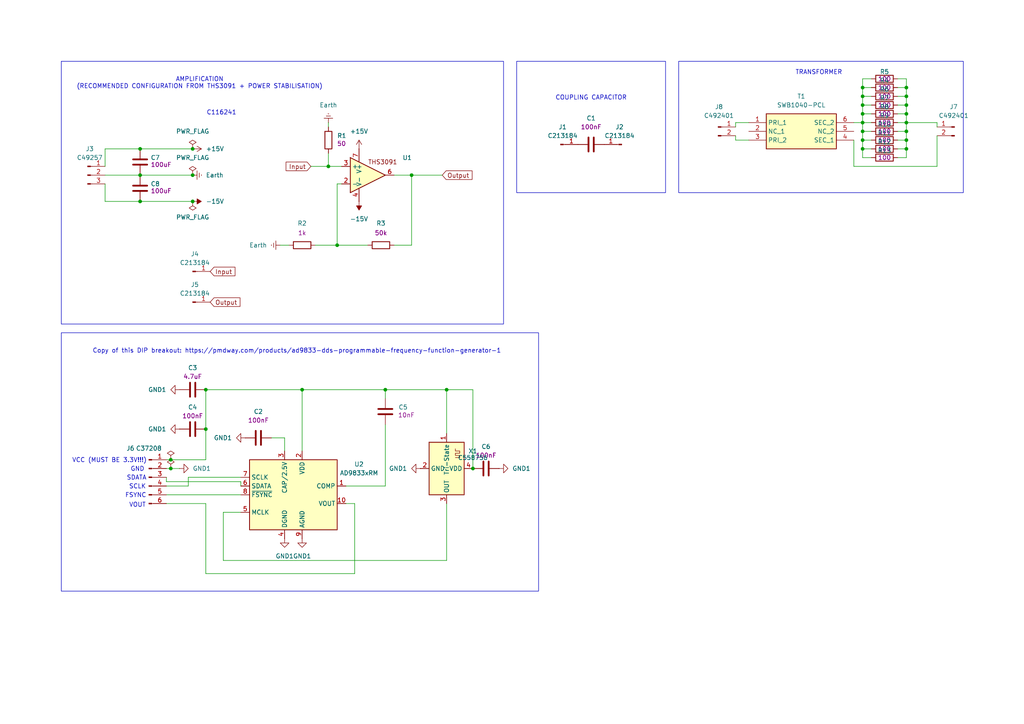
<source format=kicad_sch>
(kicad_sch (version 20231120) (generator "eeschema") (generator_version "8.0")
  (paper "A4")
  (lib_symbols
    (symbol "Amplifier_Operational:THS3091"
      (property "Reference" "U" (at 3.302 5.842 0))
      (symbol "THS3091_0_1"
        (polyline (pts (xy -2.54 5.08) (xy 7.62 0) (xy -2.54 -5.08) (xy -2.54 5.08)) (stroke (width 0.254)) (fill (type background)))
      )
      (symbol "THS3091_1_1"
        (text "THS3091" (at 6.858 3.81 0) (effects (font (size 1.27 1.27))))
        (pin input line (at -5.08 -2.54 0) (length 2.54) (name "-") (number "2"))
        (pin input line (at -5.08 2.54 0) (length 2.54) (name "+") (number "3"))
        (pin power_in line (at 0 -7.62 90) (length 3.81) (name "V-") (number "4"))
        (pin output line (at 10.16 0 180) (length 2.54) (name "~") (number "6"))
        (pin power_in line (at 0 7.62 270) (length 3.81) (name "V+") (number "7"))
      )
    )
    (symbol "Connector:Conn_01x01_Pin" (pin_names (offset 1.016) hide)
      (property "Reference" "J" (at 0 2.54 0))
      (property "Value" "Conn_01x01_Pin" (at 0 -2.54 0))
      (symbol "Conn_01x01_Pin_1_1"
        (polyline (pts (xy 1.27 0) (xy 0.8636 0)) (stroke (width 0.1524)))
        (rectangle (start 0.8636 0.127) (end 0 -0.127) (stroke (width 0.1524)) (fill (type outline)))
        (pin passive line (at 5.08 0 180) (length 3.81) (name "Pin_1") (number "1"))
      )
    )
    (symbol "Connector:Conn_01x02_Pin" (pin_names (offset 1.016) hide)
      (property "Reference" "J" (at 0 2.54 0))
      (property "Value" "Conn_01x02_Pin" (at 0 -5.08 0))
      (symbol "Conn_01x02_Pin_1_1"
        (polyline (pts (xy 1.27 -2.54) (xy 0.8636 -2.54)) (stroke (width 0.1524)))
        (polyline (pts (xy 1.27 0) (xy 0.8636 0)) (stroke (width 0.1524)))
        (rectangle (start 0.8636 -2.413) (end 0 -2.667) (stroke (width 0.1524)) (fill (type outline)))
        (rectangle (start 0.8636 0.127) (end 0 -0.127) (stroke (width 0.1524)) (fill (type outline)))
        (pin passive line (at 5.08 0 180) (length 3.81) (name "Pin_1") (number "1"))
        (pin passive line (at 5.08 -2.54 180) (length 3.81) (name "Pin_2") (number "2"))
      )
    )
    (symbol "Connector:Conn_01x03_Pin" (pin_names (offset 1.016) hide)
      (property "Reference" "J" (at 0 5.08 0))
      (property "Value" "Conn_01x03_Pin" (at 0 -5.08 0))
      (symbol "Conn_01x03_Pin_1_1"
        (polyline (pts (xy 1.27 -2.54) (xy 0.8636 -2.54)) (stroke (width 0.1524)))
        (polyline (pts (xy 1.27 0) (xy 0.8636 0)) (stroke (width 0.1524)))
        (polyline (pts (xy 1.27 2.54) (xy 0.8636 2.54)) (stroke (width 0.1524)))
        (rectangle (start 0.8636 -2.413) (end 0 -2.667) (stroke (width 0.1524)) (fill (type outline)))
        (rectangle (start 0.8636 0.127) (end 0 -0.127) (stroke (width 0.1524)) (fill (type outline)))
        (rectangle (start 0.8636 2.667) (end 0 2.413) (stroke (width 0.1524)) (fill (type outline)))
        (pin passive line (at 5.08 2.54 180) (length 3.81) (name "Pin_1") (number "1"))
        (pin passive line (at 5.08 0 180) (length 3.81) (name "Pin_2") (number "2"))
        (pin passive line (at 5.08 -2.54 180) (length 3.81) (name "Pin_3") (number "3"))
      )
    )
    (symbol "Connector:Conn_01x06_Pin" (pin_names (offset 1.016) hide)
      (property "Reference" "J" (at 0 7.62 0))
      (property "Value" "Conn_01x06_Pin" (at 0 -10.16 0))
      (symbol "Conn_01x06_Pin_1_1"
        (polyline (pts (xy 1.27 -7.62) (xy 0.8636 -7.62)) (stroke (width 0.1524)))
        (polyline (pts (xy 1.27 -5.08) (xy 0.8636 -5.08)) (stroke (width 0.1524)))
        (polyline (pts (xy 1.27 -2.54) (xy 0.8636 -2.54)) (stroke (width 0.1524)))
        (polyline (pts (xy 1.27 0) (xy 0.8636 0)) (stroke (width 0.1524)))
        (polyline (pts (xy 1.27 2.54) (xy 0.8636 2.54)) (stroke (width 0.1524)))
        (polyline (pts (xy 1.27 5.08) (xy 0.8636 5.08)) (stroke (width 0.1524)))
        (rectangle (start 0.8636 -7.493) (end 0 -7.747) (stroke (width 0.1524)) (fill (type outline)))
        (rectangle (start 0.8636 -4.953) (end 0 -5.207) (stroke (width 0.1524)) (fill (type outline)))
        (rectangle (start 0.8636 -2.413) (end 0 -2.667) (stroke (width 0.1524)) (fill (type outline)))
        (rectangle (start 0.8636 0.127) (end 0 -0.127) (stroke (width 0.1524)) (fill (type outline)))
        (rectangle (start 0.8636 2.667) (end 0 2.413) (stroke (width 0.1524)) (fill (type outline)))
        (rectangle (start 0.8636 5.207) (end 0 4.953) (stroke (width 0.1524)) (fill (type outline)))
        (pin passive line (at 5.08 5.08 180) (length 3.81) (name "Pin_1") (number "1"))
        (pin passive line (at 5.08 2.54 180) (length 3.81) (name "Pin_2") (number "2"))
        (pin passive line (at 5.08 0 180) (length 3.81) (name "Pin_3") (number "3"))
        (pin passive line (at 5.08 -2.54 180) (length 3.81) (name "Pin_4") (number "4"))
        (pin passive line (at 5.08 -5.08 180) (length 3.81) (name "Pin_5") (number "5"))
        (pin passive line (at 5.08 -7.62 180) (length 3.81) (name "Pin_6") (number "6"))
      )
    )
    (symbol "Device:C" (pin_numbers hide) (pin_names (offset 0.254))
      (property "Reference" "C" (at 0.635 2.54 0))
      (property "Value" "C" (at 0.635 -2.54 0))
      (symbol "C_0_1"
        (polyline (pts (xy -2.032 -0.762) (xy 2.032 -0.762)) (stroke (width 0.508)))
        (polyline (pts (xy -2.032 0.762) (xy 2.032 0.762)) (stroke (width 0.508)))
      )
      (symbol "C_1_1"
        (pin passive line (at 0 3.81 270) (length 2.794) (name "~") (number "1"))
        (pin passive line (at 0 -3.81 90) (length 2.794) (name "~") (number "2"))
      )
    )
    (symbol "Device:R" (pin_numbers hide) (pin_names (offset 0))
      (property "Reference" "R" (at 2.032 0 90))
      (property "Value" "R" (at 0 0 90))
      (symbol "R_0_1"
        (rectangle (start -1.016 -2.54) (end 1.016 2.54) (stroke (width 0.254)))
      )
      (symbol "R_1_1"
        (pin passive line (at 0 3.81 270) (length 1.27) (name "~") (number "1"))
        (pin passive line (at 0 -3.81 90) (length 1.27) (name "~") (number "2"))
      )
    )
    (symbol "Interface:AD9833xRM"
      (property "Reference" "U" (at -12.7 11.43 0))
      (property "Value" "AD9833xRM" (at 5.08 11.43 0))
      (symbol "AD9833xRM_0_1"
        (rectangle (start -12.7 10.16) (end 12.7 -10.16) (stroke (width 0.254)) (fill (type background)))
      )
      (symbol "AD9833xRM_1_1"
        (pin passive line (at 15.24 2.54 180) (length 2.54) (name "COMP") (number "1"))
        (pin output line (at 15.24 -2.54 180) (length 2.54) (name "VOUT") (number "10"))
        (pin power_in line (at 2.54 12.7 270) (length 2.54) (name "VDD") (number "2"))
        (pin power_in line (at -2.54 12.7 270) (length 2.54) (name "CAP/2.5V") (number "3"))
        (pin power_in line (at -2.54 -12.7 90) (length 2.54) (name "DGND") (number "4"))
        (pin input line (at -15.24 -5.08 0) (length 2.54) (name "MCLK") (number "5"))
        (pin input line (at -15.24 2.54 0) (length 2.54) (name "SDATA") (number "6"))
        (pin input line (at -15.24 5.08 0) (length 2.54) (name "SCLK") (number "7"))
        (pin input line (at -15.24 0 0) (length 2.54) (name "~{FSYNC}") (number "8"))
        (pin power_in line (at 2.54 -12.7 90) (length 2.54) (name "AGND") (number "9"))
      )
    )
    (symbol "LouisCustom:OCETCLJANF"
      (property "Reference" "X" (at 0 0 0))
      (symbol "OCETCLJANF_0_1"
        (rectangle (start -3.81 -2.54) (end 11.43 -12.7) (stroke (width 0.254)) (fill (type background)))
        (polyline (pts (xy -1.905 -5.08) (xy -1.27 -5.08) (xy -1.27 -3.81) (xy -0.635 -3.81) (xy -0.635 -5.08) (xy 0 -5.08) (xy 0 -3.81) (xy 0.635 -3.81) (xy 0.635 -5.08)))
      )
      (symbol "OCETCLJANF_1_1"
        (pin input line (at -6.35 -7.62 0) (length 2.54) (name "Tri-State") (number "1"))
        (pin power_in line (at 3.81 -15.24 90) (length 2.54) (name "GND") (number "2"))
        (pin output line (at 13.97 -7.62 180) (length 2.54) (name "OUT") (number "3"))
        (pin power_in line (at 3.81 0 270) (length 2.54) (name "VDD") (number "4"))
      )
    )
    (symbol "SWB1040-PCL:SWB1040-PCL"
      (property "Reference" "T" (at 26.67 7.62 0))
      (property "Value" "SWB1040-PCL" (at 26.67 5.08 0))
      (symbol "SWB1040-PCL_1_1"
        (rectangle (start 5.08 2.54) (end 25.4 -7.62) (stroke (width 0.254)) (fill (type background)))
        (pin passive line (at 0 0 0) (length 5.08) (name "PRI_1") (number "1"))
        (pin passive line (at 0 -2.54 0) (length 5.08) (name "NC_1") (number "2"))
        (pin passive line (at 0 -5.08 0) (length 5.08) (name "PRI_2") (number "3"))
        (pin passive line (at 30.48 -5.08 180) (length 5.08) (name "SEC_1") (number "4"))
        (pin passive line (at 30.48 -2.54 180) (length 5.08) (name "NC_2") (number "5"))
        (pin passive line (at 30.48 0 180) (length 5.08) (name "SEC_2") (number "6"))
      )
    )
    (symbol "power:+15V" (power) (pin_numbers hide) (pin_names (offset 0) hide)
      (property "Value" "+15V" (at 0 3.556 0))
      (symbol "+15V_0_1"
        (polyline (pts (xy -0.762 1.27) (xy 0 2.54)))
        (polyline (pts (xy 0 0) (xy 0 2.54)))
        (polyline (pts (xy 0 2.54) (xy 0.762 1.27)))
      )
      (symbol "+15V_1_1"
        (pin power_in line (at 0 0 90) (length 0) (name "~") (number "1"))
      )
    )
    (symbol "power:-15V" (power) (pin_numbers hide) (pin_names (offset 0) hide)
      (property "Value" "-15V" (at 0 3.556 0))
      (symbol "-15V_0_0"
        (pin power_in line (at 0 0 90) (length 0) (name "~") (number "1"))
      )
      (symbol "-15V_0_1"
        (polyline (pts (xy 0 0) (xy 0 1.27) (xy 0.762 1.27) (xy 0 2.54) (xy -0.762 1.27) (xy 0 1.27)) (fill (type outline)))
      )
    )
    (symbol "power:Earth" (power) (pin_numbers hide) (pin_names (offset 0) hide)
      (property "Value" "Earth" (at 0 -3.81 0))
      (symbol "Earth_0_1"
        (polyline (pts (xy -0.635 -1.905) (xy 0.635 -1.905)))
        (polyline (pts (xy -0.127 -2.54) (xy 0.127 -2.54)))
        (polyline (pts (xy 0 -1.27) (xy 0 0)))
        (polyline (pts (xy 1.27 -1.27) (xy -1.27 -1.27)))
      )
      (symbol "Earth_1_1"
        (pin power_in line (at 0 0 270) (length 0) (name "~") (number "1"))
      )
    )
    (symbol "power:GND1" (power) (pin_numbers hide) (pin_names (offset 0) hide)
      (property "Value" "GND1" (at 0 -3.81 0))
      (symbol "GND1_0_1"
        (polyline (pts (xy 0 0) (xy 0 -1.27) (xy 1.27 -1.27) (xy 0 -2.54) (xy -1.27 -1.27) (xy 0 -1.27)))
      )
      (symbol "GND1_1_1"
        (pin power_in line (at 0 0 270) (length 0) (name "~") (number "1"))
      )
    )
    (symbol "power:PWR_FLAG" (power) (pin_numbers hide) (pin_names (offset 0) hide)
      (property "Value" "PWR_FLAG" (at 0 3.81 0))
      (symbol "PWR_FLAG_0_0"
        (pin power_out line (at 0 0 90) (length 0) (name "~") (number "1"))
      )
      (symbol "PWR_FLAG_0_1"
        (polyline (pts (xy 0 0) (xy 0 1.27) (xy -1.016 1.905) (xy 0 2.54) (xy 1.016 1.905) (xy 0 1.27)))
      )
    )
  )
  (junction (at 262.89 27.94))
  (junction (at 262.89 35.56))
  (junction (at 95.25 48.26))
  (junction (at 40.64 50.8))
  (junction (at 250.19 25.4))
  (junction (at 262.89 43.18))
  (junction (at 262.89 40.64))
  (junction (at 262.89 38.1))
  (junction (at 262.89 33.02))
  (junction (at 262.89 25.4))
  (junction (at 250.19 35.56))
  (junction (at 250.19 43.18))
  (junction (at 59.69 113.03))
  (junction (at 250.19 27.94))
  (junction (at 250.19 30.48))
  (junction (at 262.89 30.48))
  (junction (at 55.88 58.42))
  (junction (at 250.19 38.1))
  (junction (at 55.88 50.8))
  (junction (at 87.63 113.03))
  (junction (at 49.53 133.35))
  (junction (at 129.54 113.03))
  (junction (at 137.16 135.89))
  (junction (at 111.76 113.03))
  (junction (at 59.69 124.46))
  (junction (at 250.19 40.64))
  (junction (at 40.64 43.18))
  (junction (at 250.19 33.02))
  (junction (at 40.64 58.42))
  (junction (at 55.88 43.18))
  (junction (at 97.79 71.12))
  (junction (at 119.38 50.8))
  (junction (at 49.53 135.89))
  (wire (pts (xy 54.61 140.97) (xy 48.26 140.97)))
  (wire (pts (xy 262.89 40.64) (xy 262.89 43.18)))
  (wire (pts (xy 250.19 35.56) (xy 250.19 38.1)))
  (wire (pts (xy 87.63 113.03) (xy 87.63 130.81)))
  (wire (pts (xy 48.26 143.51) (xy 69.85 143.51)))
  (wire (pts (xy 119.38 50.8) (xy 114.3 50.8)))
  (wire (pts (xy 97.79 53.34) (xy 97.79 71.12)))
  (wire (pts (xy 111.76 113.03) (xy 129.54 113.03)))
  (wire (pts (xy 213.36 36.83) (xy 213.36 35.56)))
  (wire (pts (xy 129.54 113.03) (xy 129.54 125.73)))
  (wire (pts (xy 260.35 22.86) (xy 262.89 22.86)))
  (wire (pts (xy 64.77 148.59) (xy 64.77 162.56)))
  (wire (pts (xy 69.85 138.43) (xy 54.61 138.43)))
  (wire (pts (xy 213.36 40.64) (xy 213.36 39.37)))
  (wire (pts (xy 262.89 38.1) (xy 262.89 40.64)))
  (wire (pts (xy 250.19 45.72) (xy 252.73 45.72)))
  (wire (pts (xy 250.19 22.86) (xy 250.19 25.4)))
  (wire (pts (xy 48.26 138.43) (xy 48.26 139.7)))
  (wire (pts (xy 129.54 113.03) (xy 137.16 113.03)))
  (wire (pts (xy 99.06 53.34) (xy 97.79 53.34)))
  (wire (pts (xy 59.69 166.37) (xy 59.69 146.05)))
  (wire (pts (xy 40.64 43.18) (xy 55.88 43.18)))
  (wire (pts (xy 271.78 35.56) (xy 271.78 36.83)))
  (wire (pts (xy 102.87 146.05) (xy 102.87 166.37)))
  (wire (pts (xy 111.76 140.97) (xy 111.76 123.19)))
  (wire (pts (xy 247.65 48.26) (xy 247.65 40.64)))
  (wire (pts (xy 262.89 27.94) (xy 262.89 30.48)))
  (wire (pts (xy 213.36 35.56) (xy 217.17 35.56)))
  (wire (pts (xy 260.35 27.94) (xy 262.89 27.94)))
  (wire (pts (xy 119.38 71.12) (xy 114.3 71.12)))
  (wire (pts (xy 97.79 71.12) (xy 106.68 71.12)))
  (wire (pts (xy 137.16 113.03) (xy 137.16 135.89)))
  (wire (pts (xy 40.64 58.42) (xy 55.88 58.42)))
  (wire (pts (xy 59.69 113.03) (xy 87.63 113.03)))
  (wire (pts (xy 59.69 113.03) (xy 59.69 124.46)))
  (wire (pts (xy 250.19 30.48) (xy 252.73 30.48)))
  (wire (pts (xy 250.19 27.94) (xy 250.19 30.48)))
  (wire (pts (xy 260.35 33.02) (xy 262.89 33.02)))
  (wire (pts (xy 250.19 27.94) (xy 252.73 27.94)))
  (wire (pts (xy 48.26 139.7) (xy 69.85 139.7)))
  (wire (pts (xy 59.69 146.05) (xy 48.26 146.05)))
  (wire (pts (xy 30.48 58.42) (xy 40.64 58.42)))
  (wire (pts (xy 250.19 33.02) (xy 252.73 33.02)))
  (wire (pts (xy 90.17 48.26) (xy 95.25 48.26)))
  (wire (pts (xy 100.33 146.05) (xy 102.87 146.05)))
  (wire (pts (xy 262.89 35.56) (xy 271.78 35.56)))
  (wire (pts (xy 30.48 43.18) (xy 30.48 48.26)))
  (wire (pts (xy 250.19 38.1) (xy 250.19 40.64)))
  (wire (pts (xy 260.35 30.48) (xy 262.89 30.48)))
  (wire (pts (xy 111.76 113.03) (xy 87.63 113.03)))
  (wire (pts (xy 260.35 43.18) (xy 262.89 43.18)))
  (wire (pts (xy 247.65 48.26) (xy 271.78 48.26)))
  (wire (pts (xy 271.78 48.26) (xy 271.78 39.37)))
  (wire (pts (xy 119.38 50.8) (xy 128.27 50.8)))
  (wire (pts (xy 95.25 48.26) (xy 99.06 48.26)))
  (wire (pts (xy 49.53 133.35) (xy 59.69 133.35)))
  (wire (pts (xy 48.26 133.35) (xy 49.53 133.35)))
  (wire (pts (xy 250.19 38.1) (xy 252.73 38.1)))
  (wire (pts (xy 40.64 50.8) (xy 55.88 50.8)))
  (wire (pts (xy 250.19 43.18) (xy 252.73 43.18)))
  (wire (pts (xy 262.89 25.4) (xy 262.89 27.94)))
  (wire (pts (xy 260.35 40.64) (xy 262.89 40.64)))
  (wire (pts (xy 250.19 35.56) (xy 252.73 35.56)))
  (wire (pts (xy 49.53 135.89) (xy 52.07 135.89)))
  (wire (pts (xy 48.26 135.89) (xy 49.53 135.89)))
  (wire (pts (xy 30.48 50.8) (xy 40.64 50.8)))
  (wire (pts (xy 95.25 44.45) (xy 95.25 48.26)))
  (wire (pts (xy 111.76 115.57) (xy 111.76 113.03)))
  (wire (pts (xy 100.33 140.97) (xy 111.76 140.97)))
  (wire (pts (xy 250.19 25.4) (xy 250.19 27.94)))
  (wire (pts (xy 260.35 25.4) (xy 262.89 25.4)))
  (wire (pts (xy 30.48 43.18) (xy 40.64 43.18)))
  (wire (pts (xy 78.74 127) (xy 82.55 127)))
  (wire (pts (xy 82.55 130.81) (xy 82.55 127)))
  (wire (pts (xy 102.87 166.37) (xy 59.69 166.37)))
  (wire (pts (xy 250.19 30.48) (xy 250.19 33.02)))
  (wire (pts (xy 250.19 43.18) (xy 250.19 45.72)))
  (wire (pts (xy 260.35 38.1) (xy 262.89 38.1)))
  (wire (pts (xy 250.19 25.4) (xy 252.73 25.4)))
  (wire (pts (xy 81.28 71.12) (xy 83.82 71.12)))
  (wire (pts (xy 54.61 138.43) (xy 54.61 140.97)))
  (wire (pts (xy 262.89 22.86) (xy 262.89 25.4)))
  (wire (pts (xy 30.48 58.42) (xy 30.48 53.34)))
  (wire (pts (xy 262.89 30.48) (xy 262.89 33.02)))
  (wire (pts (xy 64.77 162.56) (xy 129.54 162.56)))
  (wire (pts (xy 129.54 162.56) (xy 129.54 146.05)))
  (wire (pts (xy 59.69 124.46) (xy 59.69 133.35)))
  (wire (pts (xy 217.17 40.64) (xy 213.36 40.64)))
  (wire (pts (xy 262.89 35.56) (xy 262.89 38.1)))
  (wire (pts (xy 250.19 40.64) (xy 250.19 43.18)))
  (wire (pts (xy 91.44 71.12) (xy 97.79 71.12)))
  (wire (pts (xy 69.85 139.7) (xy 69.85 140.97)))
  (wire (pts (xy 260.35 45.72) (xy 262.89 45.72)))
  (wire (pts (xy 69.85 148.59) (xy 64.77 148.59)))
  (wire (pts (xy 95.25 35.56) (xy 95.25 36.83)))
  (wire (pts (xy 250.19 40.64) (xy 252.73 40.64)))
  (wire (pts (xy 262.89 33.02) (xy 262.89 35.56)))
  (wire (pts (xy 260.35 35.56) (xy 262.89 35.56)))
  (wire (pts (xy 262.89 43.18) (xy 262.89 45.72)))
  (wire (pts (xy 119.38 50.8) (xy 119.38 71.12)))
  (wire (pts (xy 252.73 22.86) (xy 250.19 22.86)))
  (wire (pts (xy 250.19 33.02) (xy 250.19 35.56)))
  (wire (pts (xy 247.65 35.56) (xy 250.19 35.56)))
  (rectangle (start 149.86 17.78) (end 193.04 55.88))
  (rectangle (start 196.85 17.78) (end 279.4 55.88))
  (rectangle (start 17.78 17.78) (end 146.05 93.98))
  (rectangle (start 17.78 96.52) (end 156.21 171.45))
  (text "Copy of this DIP breakout: https://pmdway.com/products/ad9833-dds-programmable-frequency-function-generator-1" (at 86.106 101.854 0) (effects (font (size 1.27 1.27))))
  (text "SDATA" (at 39.624 138.684 0) (effects (font (size 1.27 1.27))))
  (text "VCC (MUST BE 3.3V!!!)" (at 31.75 133.604 0) (effects (font (size 1.27 1.27))))
  (text "C116241\n" (at 64.262 32.766 0) (effects (font (size 1.27 1.27))))
  (text "FSYNC" (at 39.37 143.764 0) (effects (font (size 1.27 1.27))))
  (text "SCLK" (at 39.878 141.224 0) (effects (font (size 1.27 1.27))))
  (text "VOUT" (at 39.878 146.558 0) (effects (font (size 1.27 1.27))))
  (text "AMPLIFICATION\n(RECOMMENDED CONFIGURATION FROM THS3091 + POWER STABILISATION)" (at 57.912 24.13 0) (effects (font (size 1.27 1.27))))
  (text "COUPLING CAPACITOR" (at 171.45 28.448 0) (effects (font (size 1.27 1.27))))
  (text "GND" (at 39.878 136.144 0) (effects (font (size 1.27 1.27))))
  (text "TRANSFORMER" (at 237.49 21.082 0) (effects (font (size 1.27 1.27))))
  (global_label "Output" (shape input) (at 60.96 87.63 0) (property "Intersheetrefs" "${INTERSHEET_REFS}" (effects (hide yes))))
  (global_label "Input" (shape input) (at 60.96 78.74 0) (property "Intersheetrefs" "${INTERSHEET_REFS}" (effects (hide yes))))
  (global_label "Output" (shape input) (at 128.27 50.8 0) (property "Intersheetrefs" "${INTERSHEET_REFS}" (effects (hide yes))))
  (global_label "Input" (shape input) (at 90.17 48.26 180) (property "Intersheetrefs" "${INTERSHEET_REFS}" (effects (hide yes))))
  (symbol (lib_id "power:PWR_FLAG") (at 55.88 43.18 0) (unit 1)
    (property "Reference" "#FLG01" (effects (hide yes)))
    (property "Value" "PWR_FLAG" (at 55.88 38.1 0))
    (property "Description" "Special symbol for telling ERC where power comes from" (effects (hide yes)))
  )
  (symbol (lib_id "LouisCustom:OCETCLJANF") (at 137.16 132.08 270) (unit 1)
    (property "Reference" "X1" (at 137.16 130.8414 90))
    (property "Value" "C558756" (at 137.16 132.7465 90))
    (property "Footprint" "Crystal:Crystal_SMD_7050-4Pin_7.0x5.0mm" (effects (hide yes)))
    (property "Datasheet" "https://wmsc.lcsc.com/wmsc/upload/file/pdf/v2/lcsc/2304140030_TAITIEN-Elec-OCETCLJANF-25-000000MHZ_C558756.pdf" (effects (hide yes)))
    (property "Description" "Crystal oscillator" (effects (hide yes)))
  )
  (symbol (lib_id "power:PWR_FLAG") (at 55.88 50.8 0) (unit 1)
    (property "Reference" "#FLG02" (effects (hide yes)))
    (property "Value" "PWR_FLAG" (at 55.88 45.72 0))
    (property "Description" "Special symbol for telling ERC where power comes from" (effects (hide yes)))
  )
  (symbol (lib_id "Device:R") (at 256.54 33.02 90) (unit 1)
    (property "Reference" "R8" (at 256.54 30.988 90))
    (property "Value" "C17901" (effects (hide yes)))
    (property "Footprint" "Resistor_SMD:R_1206_3216Metric" (effects (hide yes)))
    (property "Description" "100" (at 256.54 33.02 90))
  )
  (symbol (lib_id "power:GND1") (at 52.07 113.03 270) (unit 1)
    (property "Reference" "#PWR011" (effects (hide yes)))
    (property "Value" "GND1" (at 48.26 113.0299 90) (effects (justify right)))
    (property "Description" "Power symbol creates a global label with name \"GND1\" , ground" (effects (hide yes)))
  )
  (symbol (lib_id "power:GND1") (at 52.07 135.89 90) (unit 1)
    (property "Reference" "#PWR08" (effects (hide yes)))
    (property "Value" "GND1" (at 55.88 135.8899 90) (effects (justify right)))
    (property "Description" "Power symbol creates a global label with name \"GND1\" , ground" (effects (hide yes)))
  )
  (symbol (lib_id "Connector:Conn_01x01_Pin") (at 180.34 41.91 180) (unit 1)
    (property "Reference" "J2" (at 179.705 36.83 0))
    (property "Value" "C213184" (at 179.705 39.37 0))
    (property "Footprint" "Connector_PinHeader_2.54mm:PinHeader_1x01_P2.54mm_Vertical" (effects (hide yes)))
    (property "Description" "Generic connector, single row, 01x01, script generated" (effects (hide yes)))
  )
  (symbol (lib_id "Connector:Conn_01x01_Pin") (at 55.88 78.74 0) (unit 1)
    (property "Reference" "J4" (at 56.515 73.66 0))
    (property "Value" "C213184" (at 56.515 76.2 0))
    (property "Footprint" "Connector_PinHeader_2.54mm:PinHeader_1x01_P2.54mm_Vertical" (effects (hide yes)))
    (property "Description" "Generic connector, single row, 01x01, script generated" (effects (hide yes)))
  )
  (symbol (lib_id "Device:R") (at 256.54 35.56 90) (unit 1)
    (property "Reference" "R9" (at 256.54 33.528 90))
    (property "Value" "C17901" (effects (hide yes)))
    (property "Footprint" "Resistor_SMD:R_1206_3216Metric" (effects (hide yes)))
    (property "Description" "100" (at 256.54 35.56 90))
  )
  (symbol (lib_id "power:PWR_FLAG") (at 49.53 133.35 0) (unit 1)
    (property "Reference" "#FLG05" (effects (hide yes)))
    (property "Value" "PWR_FLAG" (effects (hide yes)))
    (property "Description" "Special symbol for telling ERC where power comes from" (effects (hide yes)))
  )
  (symbol (lib_id "power:GND1") (at 52.07 124.46 270) (unit 1)
    (property "Reference" "#PWR012" (effects (hide yes)))
    (property "Value" "GND1" (at 48.26 124.4599 90) (effects (justify right)))
    (property "Description" "Power symbol creates a global label with name \"GND1\" , ground" (effects (hide yes)))
  )
  (symbol (lib_id "Connector:Conn_01x03_Pin") (at 25.4 50.8 0) (unit 1)
    (property "Reference" "J3" (at 26.035 43.18 0))
    (property "Value" "C49257" (at 26.035 45.72 0))
    (property "Footprint" "Connector_PinHeader_2.54mm:PinHeader_1x03_P2.54mm_Vertical" (effects (hide yes)))
    (property "Description" "Power Pins" (effects (hide yes)))
  )
  (symbol (lib_id "Connector:Conn_01x01_Pin") (at 162.56 41.91 0) (unit 1)
    (property "Reference" "J1" (at 163.195 36.83 0))
    (property "Value" "C213184" (at 163.195 39.37 0))
    (property "Footprint" "Connector_PinHeader_2.54mm:PinHeader_1x01_P2.54mm_Vertical" (effects (hide yes)))
    (property "Description" "Generic connector, single row, 01x01, script generated" (effects (hide yes)))
  )
  (symbol (lib_id "power:GND1") (at 82.55 156.21 0) (unit 1)
    (property "Reference" "#PWR014" (effects (hide yes)))
    (property "Value" "GND1" (at 82.55 161.29 0))
    (property "Description" "Power symbol creates a global label with name \"GND1\" , ground" (effects (hide yes)))
  )
  (symbol (lib_id "Device:R") (at 256.54 22.86 90) (unit 1)
    (property "Reference" "R5" (at 256.54 20.828 90))
    (property "Value" "C17901" (effects (hide yes)))
    (property "Footprint" "Resistor_SMD:R_1206_3216Metric" (effects (hide yes)))
    (property "Description" "100" (at 256.54 22.86 90))
  )
  (symbol (lib_id "Device:C") (at 55.88 124.46 90) (unit 1)
    (property "Reference" "C4" (at 55.88 118.11 90))
    (property "Value" "C14663" (effects (hide yes)))
    (property "Footprint" "Capacitor_SMD:C_0603_1608Metric" (effects (hide yes)))
    (property "Description" "100nF" (at 55.88 120.65 90))
  )
  (symbol (lib_id "Device:R") (at 95.25 40.64 0) (unit 1)
    (property "Reference" "R1" (at 97.79 39.3699 0) (effects (justify left)))
    (property "Value" "C849792" (effects (hide yes)))
    (property "Footprint" "Resistor_SMD:R_0603_1608Metric" (effects (hide yes)))
    (property "Description" "50" (at 99.06 41.656 0))
  )
  (symbol (lib_id "Amplifier_Operational:THS3091") (at 104.14 50.8 0) (unit 1)
    (property "Reference" "U1" (at 118.11 45.7514 0))
    (property "Value" "THS3091DDAR" (effects (hide yes)))
    (property "Footprint" "Package_SO:TI_SO-PowerPAD-8_ThermalVias" (effects (hide yes)))
  )
  (symbol (lib_id "power:-15V") (at 55.88 58.42 270) (unit 1)
    (property "Reference" "#PWR06" (effects (hide yes)))
    (property "Value" "-15V" (at 59.69 58.4199 90) (effects (justify left)))
    (property "Description" "Power symbol creates a global label with name \"-15V\"" (effects (hide yes)))
  )
  (symbol (lib_id "power:+15V") (at 55.88 43.18 270) (unit 1)
    (property "Reference" "#PWR05" (effects (hide yes)))
    (property "Value" "+15V" (at 59.69 43.1799 90) (effects (justify left)))
    (property "Description" "Power symbol creates a global label with name \"+15V\"" (effects (hide yes)))
  )
  (symbol (lib_id "Device:R") (at 256.54 45.72 90) (unit 1)
    (property "Reference" "R13" (at 256.54 43.688 90))
    (property "Value" "C17901" (effects (hide yes)))
    (property "Footprint" "Resistor_SMD:R_1206_3216Metric" (effects (hide yes)))
    (property "Description" "100" (at 256.54 45.72 90))
  )
  (symbol (lib_id "Device:R") (at 256.54 27.94 90) (unit 1)
    (property "Reference" "R6" (at 256.54 25.908 90))
    (property "Value" "C17901" (effects (hide yes)))
    (property "Footprint" "Resistor_SMD:R_1206_3216Metric" (effects (hide yes)))
    (property "Description" "100" (at 256.54 27.94 90))
  )
  (symbol (lib_id "power:Earth") (at 95.25 35.56 180) (unit 1)
    (property "Reference" "#PWR01" (effects (hide yes)))
    (property "Value" "Earth" (at 95.25 30.48 0))
    (property "Description" "Power symbol creates a global label with name \"Earth\"" (effects (hide yes)))
  )
  (symbol (lib_id "Device:C") (at 40.64 54.61 0) (unit 1)
    (property "Reference" "C8" (at 43.688 53.3399 0) (effects (justify left)))
    (property "Value" "C116241" (effects (hide yes)))
    (property "Footprint" "Capacitor_SMD:CP_Elec_8x10" (effects (hide yes)))
    (property "Description" "100uF" (at 46.736 55.372 0))
  )
  (symbol (lib_id "Device:R") (at 110.49 71.12 90) (unit 1)
    (property "Reference" "R3" (at 110.49 64.77 90))
    (property "Value" "C166559" (effects (hide yes)))
    (property "Footprint" "Resistor_SMD:R_0402_1005Metric" (effects (hide yes)))
    (property "Description" "50k" (at 110.49 67.564 90))
  )
  (symbol (lib_id "Device:R") (at 256.54 30.48 90) (unit 1)
    (property "Reference" "R7" (at 256.54 28.448 90))
    (property "Value" "C17901" (effects (hide yes)))
    (property "Footprint" "Resistor_SMD:R_1206_3216Metric" (effects (hide yes)))
    (property "Description" "100" (at 256.54 30.48 90))
  )
  (symbol (lib_id "Connector:Conn_01x06_Pin") (at 43.18 138.43 0) (unit 1)
    (property "Reference" "J6" (at 37.846 130.048 0))
    (property "Value" "C37208" (at 43.18 130.048 0))
    (property "Footprint" "Connector_PinHeader_2.54mm:PinHeader_1x06_P2.54mm_Vertical" (effects (hide yes)))
    (property "Description" "Generic connector, single row, 01x06, script generated" (effects (hide yes)))
  )
  (symbol (lib_id "Device:R") (at 256.54 25.4 90) (unit 1)
    (property "Reference" "R4" (at 256.54 23.368 90))
    (property "Value" "C17901" (effects (hide yes)))
    (property "Footprint" "Resistor_SMD:R_1206_3216Metric" (effects (hide yes)))
    (property "Description" "100" (at 256.54 25.4 90))
  )
  (symbol (lib_id "power:-15V") (at 104.14 58.42 180) (unit 1)
    (property "Reference" "#PWR03" (effects (hide yes)))
    (property "Value" "-15V" (at 104.14 63.5 0))
    (property "Description" "Power symbol creates a global label with name \"-15V\"" (effects (hide yes)))
  )
  (symbol (lib_id "Interface:AD9833xRM") (at 85.09 143.51 0) (unit 1)
    (property "Reference" "U2" (at 104.14 134.6514 0))
    (property "Value" "AD9833xRM" (at 104.14 137.1914 0))
    (property "Footprint" "Package_SO:MSOP-10_3x3mm_P0.5mm" (effects (hide yes)))
    (property "Datasheet" "https://www.analog.com/media/en/technical-documentation/data-sheets/ad9833.pdf" (effects (hide yes)))
    (property "Description" "10 bit 25 MHz Programmable Waveform Generator, 2.3V to 5.5V, 12.65mW, MSOP-10" (effects (hide yes)))
  )
  (symbol (lib_id "Device:R") (at 256.54 38.1 90) (unit 1)
    (property "Reference" "R10" (at 256.54 36.068 90))
    (property "Value" "C17901" (effects (hide yes)))
    (property "Footprint" "Resistor_SMD:R_1206_3216Metric" (effects (hide yes)))
    (property "Description" "100" (at 256.54 38.1 90))
  )
  (symbol (lib_id "Device:R") (at 256.54 43.18 90) (unit 1)
    (property "Reference" "R12" (at 256.54 41.148 90))
    (property "Value" "C17901" (effects (hide yes)))
    (property "Footprint" "Resistor_SMD:R_1206_3216Metric" (effects (hide yes)))
    (property "Description" "100" (at 256.54 43.18 90))
  )
  (symbol (lib_id "Device:C") (at 74.93 127 90) (unit 1)
    (property "Reference" "C2" (at 74.93 119.38 90))
    (property "Value" "C14663" (effects (hide yes)))
    (property "Footprint" "Capacitor_SMD:C_0603_1608Metric" (effects (hide yes)))
    (property "Description" "100nF" (at 74.93 121.92 90))
  )
  (symbol (lib_id "Device:C") (at 40.64 46.99 0) (unit 1)
    (property "Reference" "C7" (at 43.688 45.7199 0) (effects (justify left)))
    (property "Value" "C116241" (effects (hide yes)))
    (property "Footprint" "Capacitor_SMD:CP_Elec_8x10" (effects (hide yes)))
    (property "Description" "100uF" (at 46.736 47.752 0))
  )
  (symbol (lib_id "Device:C") (at 171.45 41.91 90) (unit 1)
    (property "Reference" "C1" (at 171.45 34.29 90))
    (property "Value" "C14663" (effects (hide yes)))
    (property "Footprint" "Capacitor_SMD:C_0603_1608Metric" (effects (hide yes)))
    (property "Description" "100nF" (at 171.45 36.83 90))
  )
  (symbol (lib_id "power:GND1") (at 71.12 127 270) (unit 1)
    (property "Reference" "#PWR010" (effects (hide yes)))
    (property "Value" "GND1" (at 67.31 126.9999 90) (effects (justify right)))
    (property "Description" "Power symbol creates a global label with name \"GND1\" , ground" (effects (hide yes)))
  )
  (symbol (lib_id "power:Earth") (at 81.28 71.12 270) (unit 1)
    (property "Reference" "#PWR04" (effects (hide yes)))
    (property "Value" "Earth" (at 77.47 71.1199 90) (effects (justify right)))
    (property "Description" "Power symbol creates a global label with name \"Earth\"" (effects (hide yes)))
  )
  (symbol (lib_id "power:PWR_FLAG") (at 55.88 58.42 180) (unit 1)
    (property "Reference" "#FLG03" (effects (hide yes)))
    (property "Value" "PWR_FLAG" (at 55.88 62.992 0))
    (property "Description" "Special symbol for telling ERC where power comes from" (effects (hide yes)))
  )
  (symbol (lib_id "Device:C") (at 140.97 135.89 90) (unit 1)
    (property "Reference" "C6" (at 140.97 129.54 90))
    (property "Value" "C14663" (effects (hide yes)))
    (property "Footprint" "Capacitor_SMD:C_0603_1608Metric" (effects (hide yes)))
    (property "Description" "100nF" (at 140.97 132.08 90))
  )
  (symbol (lib_id "Connector:Conn_01x02_Pin") (at 276.86 36.83 0) (mirror y) (unit 1)
    (property "Reference" "J7" (at 276.606 30.988 0))
    (property "Value" "C492401" (at 276.606 33.528 0))
    (property "Footprint" "Connector_PinHeader_2.54mm:PinHeader_1x02_P2.54mm_Vertical" (effects (hide yes)))
    (property "Description" "Generic connector, single row, 01x02, script generated" (effects (hide yes)))
  )
  (symbol (lib_id "power:GND1") (at 144.78 135.89 90) (unit 1)
    (property "Reference" "#PWR016" (effects (hide yes)))
    (property "Value" "GND1" (at 148.59 135.8899 90) (effects (justify right)))
    (property "Description" "Power symbol creates a global label with name \"GND1\" , ground" (effects (hide yes)))
  )
  (symbol (lib_id "power:PWR_FLAG") (at 49.53 135.89 0) (unit 1)
    (property "Reference" "#FLG04" (effects (hide yes)))
    (property "Value" "PWR_FLAG" (effects (hide yes)))
    (property "Description" "Special symbol for telling ERC where power comes from" (effects (hide yes)))
  )
  (symbol (lib_id "Device:C") (at 55.88 113.03 90) (unit 1)
    (property "Reference" "C3" (at 55.88 106.68 90))
    (property "Value" "C1779" (effects (hide yes)))
    (property "Footprint" "Capacitor_SMD:C_0805_2012Metric" (effects (hide yes)))
    (property "Description" "4.7uF" (at 55.88 109.22 90))
  )
  (symbol (lib_id "Connector:Conn_01x01_Pin") (at 55.88 87.63 0) (unit 1)
    (property "Reference" "J5" (at 56.515 82.55 0))
    (property "Value" "C213184" (at 56.515 85.09 0))
    (property "Footprint" "Connector_PinHeader_2.54mm:PinHeader_1x01_P2.54mm_Vertical" (effects (hide yes)))
    (property "Description" "Generic connector, single row, 01x01, script generated" (effects (hide yes)))
  )
  (symbol (lib_id "SWB1040-PCL:SWB1040-PCL") (at 217.17 35.56 0) (unit 1)
    (property "Reference" "T1" (at 232.41 27.94 0))
    (property "Value" "SWB1040-PCL" (at 232.41 30.48 0))
    (property "Footprint" "Mouser:SWB1040PCL" (effects (hide yes)))
    (property "Datasheet" "https://componentsearchengine.com/Datasheets/1/SWB1040-PCL.pdf" (effects (hide yes)))
    (property "Description" "Audio Transformers / Signal Transformers Wideband RF, TH 250mA 4:1sec" (effects (hide yes)))
    (property "Height" "5.72" (effects (hide yes)))
    (property "Mouser Part Number" "994-SWB1040-PCL" (effects (hide yes)))
    (property "Mouser Price/Stock" "https://www.mouser.com/Search/Refine.aspx?Keyword=994-SWB1040-PCL" (effects (hide yes)))
    (property "Manufacturer_Name" "COILCRAFT" (effects (hide yes)))
    (property "Manufacturer_Part_Number" "SWB1040-PCL" (effects (hide yes)))
  )
  (symbol (lib_id "Device:R") (at 87.63 71.12 270) (unit 1)
    (property "Reference" "R2" (at 87.63 64.77 90))
    (property "Value" "C21190" (effects (hide yes)))
    (property "Footprint" "Resistor_SMD:R_0603_1608Metric" (effects (hide yes)))
    (property "Description" "1k" (at 87.63 67.564 90))
  )
  (symbol (lib_id "Connector:Conn_01x02_Pin") (at 208.28 36.83 0) (unit 1)
    (property "Reference" "J8" (at 208.534 30.988 0))
    (property "Value" "C492401" (at 208.534 33.528 0))
    (property "Footprint" "Connector_PinHeader_2.54mm:PinHeader_1x02_P2.54mm_Vertical" (effects (hide yes)))
    (property "Description" "Generic connector, single row, 01x02, script generated" (effects (hide yes)))
  )
  (symbol (lib_id "power:GND1") (at 87.63 156.21 0) (unit 1)
    (property "Reference" "#PWR015" (effects (hide yes)))
    (property "Value" "GND1" (at 87.63 161.29 0))
    (property "Description" "Power symbol creates a global label with name \"GND1\" , ground" (effects (hide yes)))
  )
  (symbol (lib_id "Device:C") (at 111.76 119.38 0) (unit 1)
    (property "Reference" "C5" (at 115.57 118.1099 0) (effects (justify left)))
    (property "Value" "C57112" (effects (hide yes)))
    (property "Footprint" "Capacitor_SMD:C_0603_1608Metric" (effects (hide yes)))
    (property "Description" "10nF" (at 117.856 120.396 0))
  )
  (symbol (lib_id "power:GND1") (at 121.92 135.89 270) (unit 1)
    (property "Reference" "#PWR013" (effects (hide yes)))
    (property "Value" "GND1" (at 118.11 135.8899 90) (effects (justify right)))
    (property "Description" "Power symbol creates a global label with name \"GND1\" , ground" (effects (hide yes)))
  )
  (symbol (lib_id "power:Earth") (at 55.88 50.8 90) (unit 1)
    (property "Reference" "#PWR07" (effects (hide yes)))
    (property "Value" "Earth" (at 59.69 50.7999 90) (effects (justify right)))
    (property "Description" "Power symbol creates a global label with name \"Earth\"" (effects (hide yes)))
  )
  (symbol (lib_id "Device:R") (at 256.54 40.64 90) (unit 1)
    (property "Reference" "R11" (at 256.54 38.608 90))
    (property "Value" "C17901" (effects (hide yes)))
    (property "Footprint" "Resistor_SMD:R_1206_3216Metric" (effects (hide yes)))
    (property "Description" "100" (at 256.54 40.64 90))
  )
  (symbol (lib_id "power:+15V") (at 104.14 43.18 0) (unit 1)
    (property "Reference" "#PWR02" (effects (hide yes)))
    (property "Value" "+15V" (at 104.14 38.1 0))
    (property "Description" "Power symbol creates a global label with name \"+15V\"" (effects (hide yes)))
  )
)
</source>
